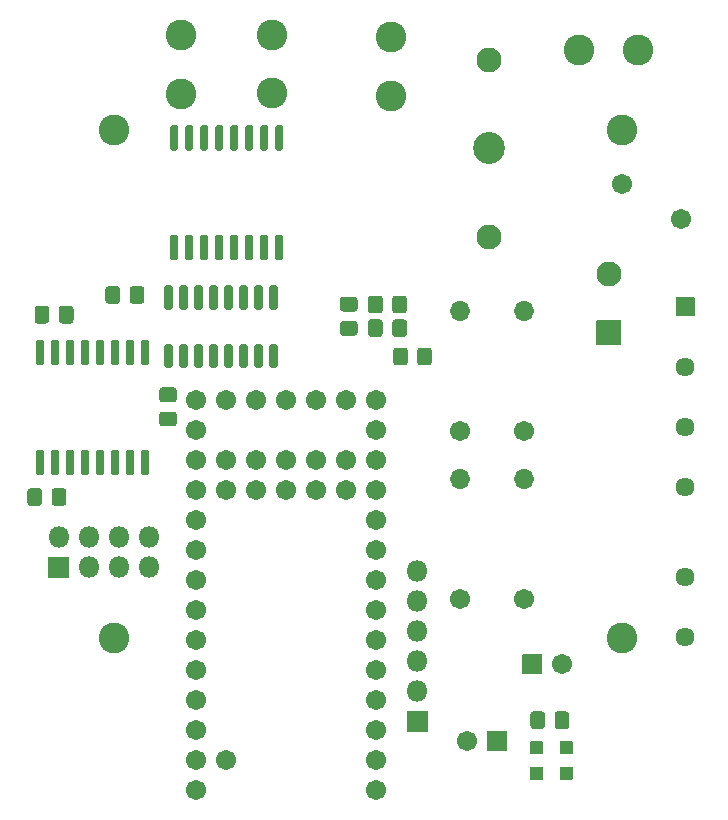
<source format=gts>
G04 #@! TF.GenerationSoftware,KiCad,Pcbnew,(5.1.10-1-10_14)*
G04 #@! TF.CreationDate,2021-07-31T12:24:41+02:00*
G04 #@! TF.ProjectId,PowerAnalyzer_ACS71020,506f7765-7241-46e6-916c-797a65725f41,2.1*
G04 #@! TF.SameCoordinates,Original*
G04 #@! TF.FileFunction,Soldermask,Top*
G04 #@! TF.FilePolarity,Negative*
%FSLAX46Y46*%
G04 Gerber Fmt 4.6, Leading zero omitted, Abs format (unit mm)*
G04 Created by KiCad (PCBNEW (5.1.10-1-10_14)) date 2021-07-31 12:24:41*
%MOMM*%
%LPD*%
G01*
G04 APERTURE LIST*
%ADD10O,1.802000X1.802000*%
%ADD11C,1.702000*%
%ADD12C,2.102000*%
%ADD13C,2.702000*%
%ADD14C,1.610000*%
%ADD15C,2.602000*%
%ADD16O,1.702000X1.702000*%
G04 APERTURE END LIST*
D10*
X100000000Y-168380000D03*
X100000000Y-170920000D03*
X100000000Y-173460000D03*
X100000000Y-176000000D03*
X100000000Y-178540000D03*
G36*
G01*
X100901000Y-180230000D02*
X100901000Y-181930000D01*
G75*
G02*
X100850000Y-181981000I-51000J0D01*
G01*
X99150000Y-181981000D01*
G75*
G02*
X99099000Y-181930000I0J51000D01*
G01*
X99099000Y-180230000D01*
G75*
G02*
X99150000Y-180179000I51000J0D01*
G01*
X100850000Y-180179000D01*
G75*
G02*
X100901000Y-180230000I0J-51000D01*
G01*
G37*
D11*
X93980000Y-161544000D03*
X93980000Y-159004000D03*
X91440000Y-161544000D03*
X91440000Y-159004000D03*
X88900000Y-161544000D03*
X88900000Y-159004000D03*
X86360000Y-161544000D03*
X86360000Y-159004000D03*
X83820000Y-161544000D03*
X83820000Y-159004000D03*
X96520000Y-186944000D03*
X96520000Y-184404000D03*
X96520000Y-181864000D03*
X96520000Y-179324000D03*
X96520000Y-176784000D03*
X96520000Y-174244000D03*
X96520000Y-171704000D03*
X96520000Y-169164000D03*
X96520000Y-166624000D03*
X96520000Y-164084000D03*
X96520000Y-161544000D03*
X96520000Y-159004000D03*
X96520000Y-156464000D03*
X83820000Y-184404000D03*
X81280000Y-186944000D03*
X81280000Y-184404000D03*
X81280000Y-181864000D03*
X81280000Y-179324000D03*
X81280000Y-176784000D03*
X81280000Y-174244000D03*
X81280000Y-171704000D03*
X81280000Y-169164000D03*
X81280000Y-166624000D03*
X81280000Y-164084000D03*
X81280000Y-161544000D03*
X81280000Y-159004000D03*
X81280000Y-156464000D03*
X96520000Y-153924000D03*
X93980000Y-153924000D03*
X91440000Y-153924000D03*
X81280000Y-153924000D03*
X83820000Y-153924000D03*
X86360000Y-153924000D03*
X88900000Y-153924000D03*
G36*
G01*
X69044000Y-162588828D02*
X69044000Y-161631172D01*
G75*
G02*
X69316172Y-161359000I272172J0D01*
G01*
X70023828Y-161359000D01*
G75*
G02*
X70296000Y-161631172I0J-272172D01*
G01*
X70296000Y-162588828D01*
G75*
G02*
X70023828Y-162861000I-272172J0D01*
G01*
X69316172Y-162861000D01*
G75*
G02*
X69044000Y-162588828I0J272172D01*
G01*
G37*
G36*
G01*
X66994000Y-162588828D02*
X66994000Y-161631172D01*
G75*
G02*
X67266172Y-161359000I272172J0D01*
G01*
X67973828Y-161359000D01*
G75*
G02*
X68246000Y-161631172I0J-272172D01*
G01*
X68246000Y-162588828D01*
G75*
G02*
X67973828Y-162861000I-272172J0D01*
G01*
X67266172Y-162861000D01*
G75*
G02*
X66994000Y-162588828I0J272172D01*
G01*
G37*
D10*
X77270000Y-165530000D03*
X77270000Y-168070000D03*
X74730000Y-165530000D03*
X74730000Y-168070000D03*
X72190000Y-165530000D03*
X72190000Y-168070000D03*
X69650000Y-165530000D03*
G36*
G01*
X70500000Y-168971000D02*
X68800000Y-168971000D01*
G75*
G02*
X68749000Y-168920000I0J51000D01*
G01*
X68749000Y-167220000D01*
G75*
G02*
X68800000Y-167169000I51000J0D01*
G01*
X70500000Y-167169000D01*
G75*
G02*
X70551000Y-167220000I0J-51000D01*
G01*
X70551000Y-168920000D01*
G75*
G02*
X70500000Y-168971000I-51000J0D01*
G01*
G37*
D12*
X106045000Y-125088000D03*
X106045000Y-140088000D03*
D13*
X106045000Y-132588000D03*
G36*
G01*
X121946000Y-145195000D02*
X123454000Y-145195000D01*
G75*
G02*
X123505000Y-145246000I0J-51000D01*
G01*
X123505000Y-146754000D01*
G75*
G02*
X123454000Y-146805000I-51000J0D01*
G01*
X121946000Y-146805000D01*
G75*
G02*
X121895000Y-146754000I0J51000D01*
G01*
X121895000Y-145246000D01*
G75*
G02*
X121946000Y-145195000I51000J0D01*
G01*
G37*
D14*
X122700000Y-151080000D03*
X122700000Y-156160000D03*
X122700000Y-161240000D03*
X122700000Y-168860000D03*
X122700000Y-173940000D03*
G36*
G01*
X76901000Y-144521172D02*
X76901000Y-145478828D01*
G75*
G02*
X76628828Y-145751000I-272172J0D01*
G01*
X75921172Y-145751000D01*
G75*
G02*
X75649000Y-145478828I0J272172D01*
G01*
X75649000Y-144521172D01*
G75*
G02*
X75921172Y-144249000I272172J0D01*
G01*
X76628828Y-144249000D01*
G75*
G02*
X76901000Y-144521172I0J-272172D01*
G01*
G37*
G36*
G01*
X74851000Y-144521172D02*
X74851000Y-145478828D01*
G75*
G02*
X74578828Y-145751000I-272172J0D01*
G01*
X73871172Y-145751000D01*
G75*
G02*
X73599000Y-145478828I0J272172D01*
G01*
X73599000Y-144521172D01*
G75*
G02*
X73871172Y-144249000I272172J0D01*
G01*
X74578828Y-144249000D01*
G75*
G02*
X74851000Y-144521172I0J-272172D01*
G01*
G37*
G36*
G01*
X93721172Y-147199000D02*
X94678828Y-147199000D01*
G75*
G02*
X94951000Y-147471172I0J-272172D01*
G01*
X94951000Y-148178828D01*
G75*
G02*
X94678828Y-148451000I-272172J0D01*
G01*
X93721172Y-148451000D01*
G75*
G02*
X93449000Y-148178828I0J272172D01*
G01*
X93449000Y-147471172D01*
G75*
G02*
X93721172Y-147199000I272172J0D01*
G01*
G37*
G36*
G01*
X93721172Y-145149000D02*
X94678828Y-145149000D01*
G75*
G02*
X94951000Y-145421172I0J-272172D01*
G01*
X94951000Y-146128828D01*
G75*
G02*
X94678828Y-146401000I-272172J0D01*
G01*
X93721172Y-146401000D01*
G75*
G02*
X93449000Y-146128828I0J272172D01*
G01*
X93449000Y-145421172D01*
G75*
G02*
X93721172Y-145149000I272172J0D01*
G01*
G37*
G36*
G01*
X79378828Y-154081000D02*
X78421172Y-154081000D01*
G75*
G02*
X78149000Y-153808828I0J272172D01*
G01*
X78149000Y-153101172D01*
G75*
G02*
X78421172Y-152829000I272172J0D01*
G01*
X79378828Y-152829000D01*
G75*
G02*
X79651000Y-153101172I0J-272172D01*
G01*
X79651000Y-153808828D01*
G75*
G02*
X79378828Y-154081000I-272172J0D01*
G01*
G37*
G36*
G01*
X79378828Y-156131000D02*
X78421172Y-156131000D01*
G75*
G02*
X78149000Y-155858828I0J272172D01*
G01*
X78149000Y-155151172D01*
G75*
G02*
X78421172Y-154879000I272172J0D01*
G01*
X79378828Y-154879000D01*
G75*
G02*
X79651000Y-155151172I0J-272172D01*
G01*
X79651000Y-155858828D01*
G75*
G02*
X79378828Y-156131000I-272172J0D01*
G01*
G37*
G36*
G01*
X79110500Y-151191000D02*
X78759500Y-151191000D01*
G75*
G02*
X78584000Y-151015500I0J175500D01*
G01*
X78584000Y-149314500D01*
G75*
G02*
X78759500Y-149139000I175500J0D01*
G01*
X79110500Y-149139000D01*
G75*
G02*
X79286000Y-149314500I0J-175500D01*
G01*
X79286000Y-151015500D01*
G75*
G02*
X79110500Y-151191000I-175500J0D01*
G01*
G37*
G36*
G01*
X80380500Y-151191000D02*
X80029500Y-151191000D01*
G75*
G02*
X79854000Y-151015500I0J175500D01*
G01*
X79854000Y-149314500D01*
G75*
G02*
X80029500Y-149139000I175500J0D01*
G01*
X80380500Y-149139000D01*
G75*
G02*
X80556000Y-149314500I0J-175500D01*
G01*
X80556000Y-151015500D01*
G75*
G02*
X80380500Y-151191000I-175500J0D01*
G01*
G37*
G36*
G01*
X81650500Y-151191000D02*
X81299500Y-151191000D01*
G75*
G02*
X81124000Y-151015500I0J175500D01*
G01*
X81124000Y-149314500D01*
G75*
G02*
X81299500Y-149139000I175500J0D01*
G01*
X81650500Y-149139000D01*
G75*
G02*
X81826000Y-149314500I0J-175500D01*
G01*
X81826000Y-151015500D01*
G75*
G02*
X81650500Y-151191000I-175500J0D01*
G01*
G37*
G36*
G01*
X82920500Y-151191000D02*
X82569500Y-151191000D01*
G75*
G02*
X82394000Y-151015500I0J175500D01*
G01*
X82394000Y-149314500D01*
G75*
G02*
X82569500Y-149139000I175500J0D01*
G01*
X82920500Y-149139000D01*
G75*
G02*
X83096000Y-149314500I0J-175500D01*
G01*
X83096000Y-151015500D01*
G75*
G02*
X82920500Y-151191000I-175500J0D01*
G01*
G37*
G36*
G01*
X84190500Y-151191000D02*
X83839500Y-151191000D01*
G75*
G02*
X83664000Y-151015500I0J175500D01*
G01*
X83664000Y-149314500D01*
G75*
G02*
X83839500Y-149139000I175500J0D01*
G01*
X84190500Y-149139000D01*
G75*
G02*
X84366000Y-149314500I0J-175500D01*
G01*
X84366000Y-151015500D01*
G75*
G02*
X84190500Y-151191000I-175500J0D01*
G01*
G37*
G36*
G01*
X85460500Y-151191000D02*
X85109500Y-151191000D01*
G75*
G02*
X84934000Y-151015500I0J175500D01*
G01*
X84934000Y-149314500D01*
G75*
G02*
X85109500Y-149139000I175500J0D01*
G01*
X85460500Y-149139000D01*
G75*
G02*
X85636000Y-149314500I0J-175500D01*
G01*
X85636000Y-151015500D01*
G75*
G02*
X85460500Y-151191000I-175500J0D01*
G01*
G37*
G36*
G01*
X86730500Y-151191000D02*
X86379500Y-151191000D01*
G75*
G02*
X86204000Y-151015500I0J175500D01*
G01*
X86204000Y-149314500D01*
G75*
G02*
X86379500Y-149139000I175500J0D01*
G01*
X86730500Y-149139000D01*
G75*
G02*
X86906000Y-149314500I0J-175500D01*
G01*
X86906000Y-151015500D01*
G75*
G02*
X86730500Y-151191000I-175500J0D01*
G01*
G37*
G36*
G01*
X88000500Y-151191000D02*
X87649500Y-151191000D01*
G75*
G02*
X87474000Y-151015500I0J175500D01*
G01*
X87474000Y-149314500D01*
G75*
G02*
X87649500Y-149139000I175500J0D01*
G01*
X88000500Y-149139000D01*
G75*
G02*
X88176000Y-149314500I0J-175500D01*
G01*
X88176000Y-151015500D01*
G75*
G02*
X88000500Y-151191000I-175500J0D01*
G01*
G37*
G36*
G01*
X88000500Y-146241000D02*
X87649500Y-146241000D01*
G75*
G02*
X87474000Y-146065500I0J175500D01*
G01*
X87474000Y-144364500D01*
G75*
G02*
X87649500Y-144189000I175500J0D01*
G01*
X88000500Y-144189000D01*
G75*
G02*
X88176000Y-144364500I0J-175500D01*
G01*
X88176000Y-146065500D01*
G75*
G02*
X88000500Y-146241000I-175500J0D01*
G01*
G37*
G36*
G01*
X86730500Y-146241000D02*
X86379500Y-146241000D01*
G75*
G02*
X86204000Y-146065500I0J175500D01*
G01*
X86204000Y-144364500D01*
G75*
G02*
X86379500Y-144189000I175500J0D01*
G01*
X86730500Y-144189000D01*
G75*
G02*
X86906000Y-144364500I0J-175500D01*
G01*
X86906000Y-146065500D01*
G75*
G02*
X86730500Y-146241000I-175500J0D01*
G01*
G37*
G36*
G01*
X85460500Y-146241000D02*
X85109500Y-146241000D01*
G75*
G02*
X84934000Y-146065500I0J175500D01*
G01*
X84934000Y-144364500D01*
G75*
G02*
X85109500Y-144189000I175500J0D01*
G01*
X85460500Y-144189000D01*
G75*
G02*
X85636000Y-144364500I0J-175500D01*
G01*
X85636000Y-146065500D01*
G75*
G02*
X85460500Y-146241000I-175500J0D01*
G01*
G37*
G36*
G01*
X84190500Y-146241000D02*
X83839500Y-146241000D01*
G75*
G02*
X83664000Y-146065500I0J175500D01*
G01*
X83664000Y-144364500D01*
G75*
G02*
X83839500Y-144189000I175500J0D01*
G01*
X84190500Y-144189000D01*
G75*
G02*
X84366000Y-144364500I0J-175500D01*
G01*
X84366000Y-146065500D01*
G75*
G02*
X84190500Y-146241000I-175500J0D01*
G01*
G37*
G36*
G01*
X82920500Y-146241000D02*
X82569500Y-146241000D01*
G75*
G02*
X82394000Y-146065500I0J175500D01*
G01*
X82394000Y-144364500D01*
G75*
G02*
X82569500Y-144189000I175500J0D01*
G01*
X82920500Y-144189000D01*
G75*
G02*
X83096000Y-144364500I0J-175500D01*
G01*
X83096000Y-146065500D01*
G75*
G02*
X82920500Y-146241000I-175500J0D01*
G01*
G37*
G36*
G01*
X81650500Y-146241000D02*
X81299500Y-146241000D01*
G75*
G02*
X81124000Y-146065500I0J175500D01*
G01*
X81124000Y-144364500D01*
G75*
G02*
X81299500Y-144189000I175500J0D01*
G01*
X81650500Y-144189000D01*
G75*
G02*
X81826000Y-144364500I0J-175500D01*
G01*
X81826000Y-146065500D01*
G75*
G02*
X81650500Y-146241000I-175500J0D01*
G01*
G37*
G36*
G01*
X80380500Y-146241000D02*
X80029500Y-146241000D01*
G75*
G02*
X79854000Y-146065500I0J175500D01*
G01*
X79854000Y-144364500D01*
G75*
G02*
X80029500Y-144189000I175500J0D01*
G01*
X80380500Y-144189000D01*
G75*
G02*
X80556000Y-144364500I0J-175500D01*
G01*
X80556000Y-146065500D01*
G75*
G02*
X80380500Y-146241000I-175500J0D01*
G01*
G37*
G36*
G01*
X79110500Y-146241000D02*
X78759500Y-146241000D01*
G75*
G02*
X78584000Y-146065500I0J175500D01*
G01*
X78584000Y-144364500D01*
G75*
G02*
X78759500Y-144189000I175500J0D01*
G01*
X79110500Y-144189000D01*
G75*
G02*
X79286000Y-144364500I0J-175500D01*
G01*
X79286000Y-146065500D01*
G75*
G02*
X79110500Y-146241000I-175500J0D01*
G01*
G37*
D15*
X113730000Y-124265000D03*
X118680000Y-124265000D03*
X74300000Y-131000000D03*
D12*
X116205000Y-143193000D03*
G36*
G01*
X117205000Y-149244000D02*
X115205000Y-149244000D01*
G75*
G02*
X115154000Y-149193000I0J51000D01*
G01*
X115154000Y-147193000D01*
G75*
G02*
X115205000Y-147142000I51000J0D01*
G01*
X117205000Y-147142000D01*
G75*
G02*
X117256000Y-147193000I0J-51000D01*
G01*
X117256000Y-149193000D01*
G75*
G02*
X117205000Y-149244000I-51000J0D01*
G01*
G37*
G36*
G01*
X68230500Y-160254000D02*
X67879500Y-160254000D01*
G75*
G02*
X67704000Y-160078500I0J175500D01*
G01*
X67704000Y-158277500D01*
G75*
G02*
X67879500Y-158102000I175500J0D01*
G01*
X68230500Y-158102000D01*
G75*
G02*
X68406000Y-158277500I0J-175500D01*
G01*
X68406000Y-160078500D01*
G75*
G02*
X68230500Y-160254000I-175500J0D01*
G01*
G37*
G36*
G01*
X69500500Y-160254000D02*
X69149500Y-160254000D01*
G75*
G02*
X68974000Y-160078500I0J175500D01*
G01*
X68974000Y-158277500D01*
G75*
G02*
X69149500Y-158102000I175500J0D01*
G01*
X69500500Y-158102000D01*
G75*
G02*
X69676000Y-158277500I0J-175500D01*
G01*
X69676000Y-160078500D01*
G75*
G02*
X69500500Y-160254000I-175500J0D01*
G01*
G37*
G36*
G01*
X70770500Y-160254000D02*
X70419500Y-160254000D01*
G75*
G02*
X70244000Y-160078500I0J175500D01*
G01*
X70244000Y-158277500D01*
G75*
G02*
X70419500Y-158102000I175500J0D01*
G01*
X70770500Y-158102000D01*
G75*
G02*
X70946000Y-158277500I0J-175500D01*
G01*
X70946000Y-160078500D01*
G75*
G02*
X70770500Y-160254000I-175500J0D01*
G01*
G37*
G36*
G01*
X72040500Y-160254000D02*
X71689500Y-160254000D01*
G75*
G02*
X71514000Y-160078500I0J175500D01*
G01*
X71514000Y-158277500D01*
G75*
G02*
X71689500Y-158102000I175500J0D01*
G01*
X72040500Y-158102000D01*
G75*
G02*
X72216000Y-158277500I0J-175500D01*
G01*
X72216000Y-160078500D01*
G75*
G02*
X72040500Y-160254000I-175500J0D01*
G01*
G37*
G36*
G01*
X73310500Y-160254000D02*
X72959500Y-160254000D01*
G75*
G02*
X72784000Y-160078500I0J175500D01*
G01*
X72784000Y-158277500D01*
G75*
G02*
X72959500Y-158102000I175500J0D01*
G01*
X73310500Y-158102000D01*
G75*
G02*
X73486000Y-158277500I0J-175500D01*
G01*
X73486000Y-160078500D01*
G75*
G02*
X73310500Y-160254000I-175500J0D01*
G01*
G37*
G36*
G01*
X74580500Y-160254000D02*
X74229500Y-160254000D01*
G75*
G02*
X74054000Y-160078500I0J175500D01*
G01*
X74054000Y-158277500D01*
G75*
G02*
X74229500Y-158102000I175500J0D01*
G01*
X74580500Y-158102000D01*
G75*
G02*
X74756000Y-158277500I0J-175500D01*
G01*
X74756000Y-160078500D01*
G75*
G02*
X74580500Y-160254000I-175500J0D01*
G01*
G37*
G36*
G01*
X75850500Y-160254000D02*
X75499500Y-160254000D01*
G75*
G02*
X75324000Y-160078500I0J175500D01*
G01*
X75324000Y-158277500D01*
G75*
G02*
X75499500Y-158102000I175500J0D01*
G01*
X75850500Y-158102000D01*
G75*
G02*
X76026000Y-158277500I0J-175500D01*
G01*
X76026000Y-160078500D01*
G75*
G02*
X75850500Y-160254000I-175500J0D01*
G01*
G37*
G36*
G01*
X77120500Y-160254000D02*
X76769500Y-160254000D01*
G75*
G02*
X76594000Y-160078500I0J175500D01*
G01*
X76594000Y-158277500D01*
G75*
G02*
X76769500Y-158102000I175500J0D01*
G01*
X77120500Y-158102000D01*
G75*
G02*
X77296000Y-158277500I0J-175500D01*
G01*
X77296000Y-160078500D01*
G75*
G02*
X77120500Y-160254000I-175500J0D01*
G01*
G37*
G36*
G01*
X77120500Y-150954000D02*
X76769500Y-150954000D01*
G75*
G02*
X76594000Y-150778500I0J175500D01*
G01*
X76594000Y-148977500D01*
G75*
G02*
X76769500Y-148802000I175500J0D01*
G01*
X77120500Y-148802000D01*
G75*
G02*
X77296000Y-148977500I0J-175500D01*
G01*
X77296000Y-150778500D01*
G75*
G02*
X77120500Y-150954000I-175500J0D01*
G01*
G37*
G36*
G01*
X75850500Y-150954000D02*
X75499500Y-150954000D01*
G75*
G02*
X75324000Y-150778500I0J175500D01*
G01*
X75324000Y-148977500D01*
G75*
G02*
X75499500Y-148802000I175500J0D01*
G01*
X75850500Y-148802000D01*
G75*
G02*
X76026000Y-148977500I0J-175500D01*
G01*
X76026000Y-150778500D01*
G75*
G02*
X75850500Y-150954000I-175500J0D01*
G01*
G37*
G36*
G01*
X74580500Y-150954000D02*
X74229500Y-150954000D01*
G75*
G02*
X74054000Y-150778500I0J175500D01*
G01*
X74054000Y-148977500D01*
G75*
G02*
X74229500Y-148802000I175500J0D01*
G01*
X74580500Y-148802000D01*
G75*
G02*
X74756000Y-148977500I0J-175500D01*
G01*
X74756000Y-150778500D01*
G75*
G02*
X74580500Y-150954000I-175500J0D01*
G01*
G37*
G36*
G01*
X73310500Y-150954000D02*
X72959500Y-150954000D01*
G75*
G02*
X72784000Y-150778500I0J175500D01*
G01*
X72784000Y-148977500D01*
G75*
G02*
X72959500Y-148802000I175500J0D01*
G01*
X73310500Y-148802000D01*
G75*
G02*
X73486000Y-148977500I0J-175500D01*
G01*
X73486000Y-150778500D01*
G75*
G02*
X73310500Y-150954000I-175500J0D01*
G01*
G37*
G36*
G01*
X72040500Y-150954000D02*
X71689500Y-150954000D01*
G75*
G02*
X71514000Y-150778500I0J175500D01*
G01*
X71514000Y-148977500D01*
G75*
G02*
X71689500Y-148802000I175500J0D01*
G01*
X72040500Y-148802000D01*
G75*
G02*
X72216000Y-148977500I0J-175500D01*
G01*
X72216000Y-150778500D01*
G75*
G02*
X72040500Y-150954000I-175500J0D01*
G01*
G37*
G36*
G01*
X70770500Y-150954000D02*
X70419500Y-150954000D01*
G75*
G02*
X70244000Y-150778500I0J175500D01*
G01*
X70244000Y-148977500D01*
G75*
G02*
X70419500Y-148802000I175500J0D01*
G01*
X70770500Y-148802000D01*
G75*
G02*
X70946000Y-148977500I0J-175500D01*
G01*
X70946000Y-150778500D01*
G75*
G02*
X70770500Y-150954000I-175500J0D01*
G01*
G37*
G36*
G01*
X69500500Y-150954000D02*
X69149500Y-150954000D01*
G75*
G02*
X68974000Y-150778500I0J175500D01*
G01*
X68974000Y-148977500D01*
G75*
G02*
X69149500Y-148802000I175500J0D01*
G01*
X69500500Y-148802000D01*
G75*
G02*
X69676000Y-148977500I0J-175500D01*
G01*
X69676000Y-150778500D01*
G75*
G02*
X69500500Y-150954000I-175500J0D01*
G01*
G37*
G36*
G01*
X68230500Y-150954000D02*
X67879500Y-150954000D01*
G75*
G02*
X67704000Y-150778500I0J175500D01*
G01*
X67704000Y-148977500D01*
G75*
G02*
X67879500Y-148802000I175500J0D01*
G01*
X68230500Y-148802000D01*
G75*
G02*
X68406000Y-148977500I0J-175500D01*
G01*
X68406000Y-150778500D01*
G75*
G02*
X68230500Y-150954000I-175500J0D01*
G01*
G37*
D15*
X97790000Y-128140000D03*
X97790000Y-123190000D03*
X87668100Y-127936800D03*
X87668100Y-122986800D03*
X80010000Y-122999500D03*
X80010000Y-127949500D03*
G36*
G01*
X99126000Y-145321172D02*
X99126000Y-146278828D01*
G75*
G02*
X98853828Y-146551000I-272172J0D01*
G01*
X98146172Y-146551000D01*
G75*
G02*
X97874000Y-146278828I0J272172D01*
G01*
X97874000Y-145321172D01*
G75*
G02*
X98146172Y-145049000I272172J0D01*
G01*
X98853828Y-145049000D01*
G75*
G02*
X99126000Y-145321172I0J-272172D01*
G01*
G37*
G36*
G01*
X97076000Y-145321172D02*
X97076000Y-146278828D01*
G75*
G02*
X96803828Y-146551000I-272172J0D01*
G01*
X96096172Y-146551000D01*
G75*
G02*
X95824000Y-146278828I0J272172D01*
G01*
X95824000Y-145321172D01*
G75*
G02*
X96096172Y-145049000I272172J0D01*
G01*
X96803828Y-145049000D01*
G75*
G02*
X97076000Y-145321172I0J-272172D01*
G01*
G37*
X117300000Y-131000000D03*
X117300000Y-174000000D03*
X74300000Y-174000000D03*
G36*
G01*
X88127500Y-139917000D02*
X88478500Y-139917000D01*
G75*
G02*
X88654000Y-140092500I0J-175500D01*
G01*
X88654000Y-141893500D01*
G75*
G02*
X88478500Y-142069000I-175500J0D01*
G01*
X88127500Y-142069000D01*
G75*
G02*
X87952000Y-141893500I0J175500D01*
G01*
X87952000Y-140092500D01*
G75*
G02*
X88127500Y-139917000I175500J0D01*
G01*
G37*
G36*
G01*
X86857500Y-139917000D02*
X87208500Y-139917000D01*
G75*
G02*
X87384000Y-140092500I0J-175500D01*
G01*
X87384000Y-141893500D01*
G75*
G02*
X87208500Y-142069000I-175500J0D01*
G01*
X86857500Y-142069000D01*
G75*
G02*
X86682000Y-141893500I0J175500D01*
G01*
X86682000Y-140092500D01*
G75*
G02*
X86857500Y-139917000I175500J0D01*
G01*
G37*
G36*
G01*
X85587500Y-139917000D02*
X85938500Y-139917000D01*
G75*
G02*
X86114000Y-140092500I0J-175500D01*
G01*
X86114000Y-141893500D01*
G75*
G02*
X85938500Y-142069000I-175500J0D01*
G01*
X85587500Y-142069000D01*
G75*
G02*
X85412000Y-141893500I0J175500D01*
G01*
X85412000Y-140092500D01*
G75*
G02*
X85587500Y-139917000I175500J0D01*
G01*
G37*
G36*
G01*
X84317500Y-139917000D02*
X84668500Y-139917000D01*
G75*
G02*
X84844000Y-140092500I0J-175500D01*
G01*
X84844000Y-141893500D01*
G75*
G02*
X84668500Y-142069000I-175500J0D01*
G01*
X84317500Y-142069000D01*
G75*
G02*
X84142000Y-141893500I0J175500D01*
G01*
X84142000Y-140092500D01*
G75*
G02*
X84317500Y-139917000I175500J0D01*
G01*
G37*
G36*
G01*
X83047500Y-139917000D02*
X83398500Y-139917000D01*
G75*
G02*
X83574000Y-140092500I0J-175500D01*
G01*
X83574000Y-141893500D01*
G75*
G02*
X83398500Y-142069000I-175500J0D01*
G01*
X83047500Y-142069000D01*
G75*
G02*
X82872000Y-141893500I0J175500D01*
G01*
X82872000Y-140092500D01*
G75*
G02*
X83047500Y-139917000I175500J0D01*
G01*
G37*
G36*
G01*
X81777500Y-139917000D02*
X82128500Y-139917000D01*
G75*
G02*
X82304000Y-140092500I0J-175500D01*
G01*
X82304000Y-141893500D01*
G75*
G02*
X82128500Y-142069000I-175500J0D01*
G01*
X81777500Y-142069000D01*
G75*
G02*
X81602000Y-141893500I0J175500D01*
G01*
X81602000Y-140092500D01*
G75*
G02*
X81777500Y-139917000I175500J0D01*
G01*
G37*
G36*
G01*
X80507500Y-139917000D02*
X80858500Y-139917000D01*
G75*
G02*
X81034000Y-140092500I0J-175500D01*
G01*
X81034000Y-141893500D01*
G75*
G02*
X80858500Y-142069000I-175500J0D01*
G01*
X80507500Y-142069000D01*
G75*
G02*
X80332000Y-141893500I0J175500D01*
G01*
X80332000Y-140092500D01*
G75*
G02*
X80507500Y-139917000I175500J0D01*
G01*
G37*
G36*
G01*
X79237500Y-139917000D02*
X79588500Y-139917000D01*
G75*
G02*
X79764000Y-140092500I0J-175500D01*
G01*
X79764000Y-141893500D01*
G75*
G02*
X79588500Y-142069000I-175500J0D01*
G01*
X79237500Y-142069000D01*
G75*
G02*
X79062000Y-141893500I0J175500D01*
G01*
X79062000Y-140092500D01*
G75*
G02*
X79237500Y-139917000I175500J0D01*
G01*
G37*
G36*
G01*
X79237500Y-130617000D02*
X79588500Y-130617000D01*
G75*
G02*
X79764000Y-130792500I0J-175500D01*
G01*
X79764000Y-132593500D01*
G75*
G02*
X79588500Y-132769000I-175500J0D01*
G01*
X79237500Y-132769000D01*
G75*
G02*
X79062000Y-132593500I0J175500D01*
G01*
X79062000Y-130792500D01*
G75*
G02*
X79237500Y-130617000I175500J0D01*
G01*
G37*
G36*
G01*
X80507500Y-130617000D02*
X80858500Y-130617000D01*
G75*
G02*
X81034000Y-130792500I0J-175500D01*
G01*
X81034000Y-132593500D01*
G75*
G02*
X80858500Y-132769000I-175500J0D01*
G01*
X80507500Y-132769000D01*
G75*
G02*
X80332000Y-132593500I0J175500D01*
G01*
X80332000Y-130792500D01*
G75*
G02*
X80507500Y-130617000I175500J0D01*
G01*
G37*
G36*
G01*
X81777500Y-130617000D02*
X82128500Y-130617000D01*
G75*
G02*
X82304000Y-130792500I0J-175500D01*
G01*
X82304000Y-132593500D01*
G75*
G02*
X82128500Y-132769000I-175500J0D01*
G01*
X81777500Y-132769000D01*
G75*
G02*
X81602000Y-132593500I0J175500D01*
G01*
X81602000Y-130792500D01*
G75*
G02*
X81777500Y-130617000I175500J0D01*
G01*
G37*
G36*
G01*
X83047500Y-130617000D02*
X83398500Y-130617000D01*
G75*
G02*
X83574000Y-130792500I0J-175500D01*
G01*
X83574000Y-132593500D01*
G75*
G02*
X83398500Y-132769000I-175500J0D01*
G01*
X83047500Y-132769000D01*
G75*
G02*
X82872000Y-132593500I0J175500D01*
G01*
X82872000Y-130792500D01*
G75*
G02*
X83047500Y-130617000I175500J0D01*
G01*
G37*
G36*
G01*
X84317500Y-130617000D02*
X84668500Y-130617000D01*
G75*
G02*
X84844000Y-130792500I0J-175500D01*
G01*
X84844000Y-132593500D01*
G75*
G02*
X84668500Y-132769000I-175500J0D01*
G01*
X84317500Y-132769000D01*
G75*
G02*
X84142000Y-132593500I0J175500D01*
G01*
X84142000Y-130792500D01*
G75*
G02*
X84317500Y-130617000I175500J0D01*
G01*
G37*
G36*
G01*
X85587500Y-130617000D02*
X85938500Y-130617000D01*
G75*
G02*
X86114000Y-130792500I0J-175500D01*
G01*
X86114000Y-132593500D01*
G75*
G02*
X85938500Y-132769000I-175500J0D01*
G01*
X85587500Y-132769000D01*
G75*
G02*
X85412000Y-132593500I0J175500D01*
G01*
X85412000Y-130792500D01*
G75*
G02*
X85587500Y-130617000I175500J0D01*
G01*
G37*
G36*
G01*
X86857500Y-130617000D02*
X87208500Y-130617000D01*
G75*
G02*
X87384000Y-130792500I0J-175500D01*
G01*
X87384000Y-132593500D01*
G75*
G02*
X87208500Y-132769000I-175500J0D01*
G01*
X86857500Y-132769000D01*
G75*
G02*
X86682000Y-132593500I0J175500D01*
G01*
X86682000Y-130792500D01*
G75*
G02*
X86857500Y-130617000I175500J0D01*
G01*
G37*
G36*
G01*
X88127500Y-130617000D02*
X88478500Y-130617000D01*
G75*
G02*
X88654000Y-130792500I0J-175500D01*
G01*
X88654000Y-132593500D01*
G75*
G02*
X88478500Y-132769000I-175500J0D01*
G01*
X88127500Y-132769000D01*
G75*
G02*
X87952000Y-132593500I0J175500D01*
G01*
X87952000Y-130792500D01*
G75*
G02*
X88127500Y-130617000I175500J0D01*
G01*
G37*
G36*
G01*
X67599000Y-147148828D02*
X67599000Y-146191172D01*
G75*
G02*
X67871172Y-145919000I272172J0D01*
G01*
X68578828Y-145919000D01*
G75*
G02*
X68851000Y-146191172I0J-272172D01*
G01*
X68851000Y-147148828D01*
G75*
G02*
X68578828Y-147421000I-272172J0D01*
G01*
X67871172Y-147421000D01*
G75*
G02*
X67599000Y-147148828I0J272172D01*
G01*
G37*
G36*
G01*
X69649000Y-147148828D02*
X69649000Y-146191172D01*
G75*
G02*
X69921172Y-145919000I272172J0D01*
G01*
X70628828Y-145919000D01*
G75*
G02*
X70901000Y-146191172I0J-272172D01*
G01*
X70901000Y-147148828D01*
G75*
G02*
X70628828Y-147421000I-272172J0D01*
G01*
X69921172Y-147421000D01*
G75*
G02*
X69649000Y-147148828I0J272172D01*
G01*
G37*
G36*
G01*
X97076000Y-147321172D02*
X97076000Y-148278828D01*
G75*
G02*
X96803828Y-148551000I-272172J0D01*
G01*
X96096172Y-148551000D01*
G75*
G02*
X95824000Y-148278828I0J272172D01*
G01*
X95824000Y-147321172D01*
G75*
G02*
X96096172Y-147049000I272172J0D01*
G01*
X96803828Y-147049000D01*
G75*
G02*
X97076000Y-147321172I0J-272172D01*
G01*
G37*
G36*
G01*
X99126000Y-147321172D02*
X99126000Y-148278828D01*
G75*
G02*
X98853828Y-148551000I-272172J0D01*
G01*
X98146172Y-148551000D01*
G75*
G02*
X97874000Y-148278828I0J272172D01*
G01*
X97874000Y-147321172D01*
G75*
G02*
X98146172Y-147049000I272172J0D01*
G01*
X98853828Y-147049000D01*
G75*
G02*
X99126000Y-147321172I0J-272172D01*
G01*
G37*
D16*
X109000000Y-146389000D03*
D11*
X109000000Y-156549000D03*
X103660000Y-156549000D03*
D16*
X103660000Y-146389000D03*
D11*
X109000000Y-170750000D03*
D16*
X109000000Y-160590000D03*
X103660000Y-160613000D03*
D11*
X103660000Y-170773000D03*
G36*
G01*
X101251000Y-149721172D02*
X101251000Y-150678828D01*
G75*
G02*
X100978828Y-150951000I-272172J0D01*
G01*
X100271172Y-150951000D01*
G75*
G02*
X99999000Y-150678828I0J272172D01*
G01*
X99999000Y-149721172D01*
G75*
G02*
X100271172Y-149449000I272172J0D01*
G01*
X100978828Y-149449000D01*
G75*
G02*
X101251000Y-149721172I0J-272172D01*
G01*
G37*
G36*
G01*
X99201000Y-149721172D02*
X99201000Y-150678828D01*
G75*
G02*
X98928828Y-150951000I-272172J0D01*
G01*
X98221172Y-150951000D01*
G75*
G02*
X97949000Y-150678828I0J272172D01*
G01*
X97949000Y-149721172D01*
G75*
G02*
X98221172Y-149449000I272172J0D01*
G01*
X98928828Y-149449000D01*
G75*
G02*
X99201000Y-149721172I0J-272172D01*
G01*
G37*
X117300000Y-135600000D03*
X122300000Y-138600000D03*
G36*
G01*
X108899000Y-177050000D02*
X108899000Y-175450000D01*
G75*
G02*
X108950000Y-175399000I51000J0D01*
G01*
X110550000Y-175399000D01*
G75*
G02*
X110601000Y-175450000I0J-51000D01*
G01*
X110601000Y-177050000D01*
G75*
G02*
X110550000Y-177101000I-51000J0D01*
G01*
X108950000Y-177101000D01*
G75*
G02*
X108899000Y-177050000I0J51000D01*
G01*
G37*
X112250000Y-176250000D03*
X104250000Y-182750000D03*
G36*
G01*
X107601000Y-181950000D02*
X107601000Y-183550000D01*
G75*
G02*
X107550000Y-183601000I-51000J0D01*
G01*
X105950000Y-183601000D01*
G75*
G02*
X105899000Y-183550000I0J51000D01*
G01*
X105899000Y-181950000D01*
G75*
G02*
X105950000Y-181899000I51000J0D01*
G01*
X107550000Y-181899000D01*
G75*
G02*
X107601000Y-181950000I0J-51000D01*
G01*
G37*
G36*
G01*
X113151000Y-182850000D02*
X113151000Y-183850000D01*
G75*
G02*
X113100000Y-183901000I-51000J0D01*
G01*
X112100000Y-183901000D01*
G75*
G02*
X112049000Y-183850000I0J51000D01*
G01*
X112049000Y-182850000D01*
G75*
G02*
X112100000Y-182799000I51000J0D01*
G01*
X113100000Y-182799000D01*
G75*
G02*
X113151000Y-182850000I0J-51000D01*
G01*
G37*
G36*
G01*
X110651000Y-182850000D02*
X110651000Y-183850000D01*
G75*
G02*
X110600000Y-183901000I-51000J0D01*
G01*
X109600000Y-183901000D01*
G75*
G02*
X109549000Y-183850000I0J51000D01*
G01*
X109549000Y-182850000D01*
G75*
G02*
X109600000Y-182799000I51000J0D01*
G01*
X110600000Y-182799000D01*
G75*
G02*
X110651000Y-182850000I0J-51000D01*
G01*
G37*
G36*
G01*
X110651000Y-185000000D02*
X110651000Y-186000000D01*
G75*
G02*
X110600000Y-186051000I-51000J0D01*
G01*
X109600000Y-186051000D01*
G75*
G02*
X109549000Y-186000000I0J51000D01*
G01*
X109549000Y-185000000D01*
G75*
G02*
X109600000Y-184949000I51000J0D01*
G01*
X110600000Y-184949000D01*
G75*
G02*
X110651000Y-185000000I0J-51000D01*
G01*
G37*
G36*
G01*
X113151000Y-185000000D02*
X113151000Y-186000000D01*
G75*
G02*
X113100000Y-186051000I-51000J0D01*
G01*
X112100000Y-186051000D01*
G75*
G02*
X112049000Y-186000000I0J51000D01*
G01*
X112049000Y-185000000D01*
G75*
G02*
X112100000Y-184949000I51000J0D01*
G01*
X113100000Y-184949000D01*
G75*
G02*
X113151000Y-185000000I0J-51000D01*
G01*
G37*
G36*
G01*
X112876000Y-180521172D02*
X112876000Y-181478828D01*
G75*
G02*
X112603828Y-181751000I-272172J0D01*
G01*
X111896172Y-181751000D01*
G75*
G02*
X111624000Y-181478828I0J272172D01*
G01*
X111624000Y-180521172D01*
G75*
G02*
X111896172Y-180249000I272172J0D01*
G01*
X112603828Y-180249000D01*
G75*
G02*
X112876000Y-180521172I0J-272172D01*
G01*
G37*
G36*
G01*
X110826000Y-180521172D02*
X110826000Y-181478828D01*
G75*
G02*
X110553828Y-181751000I-272172J0D01*
G01*
X109846172Y-181751000D01*
G75*
G02*
X109574000Y-181478828I0J272172D01*
G01*
X109574000Y-180521172D01*
G75*
G02*
X109846172Y-180249000I272172J0D01*
G01*
X110553828Y-180249000D01*
G75*
G02*
X110826000Y-180521172I0J-272172D01*
G01*
G37*
M02*

</source>
